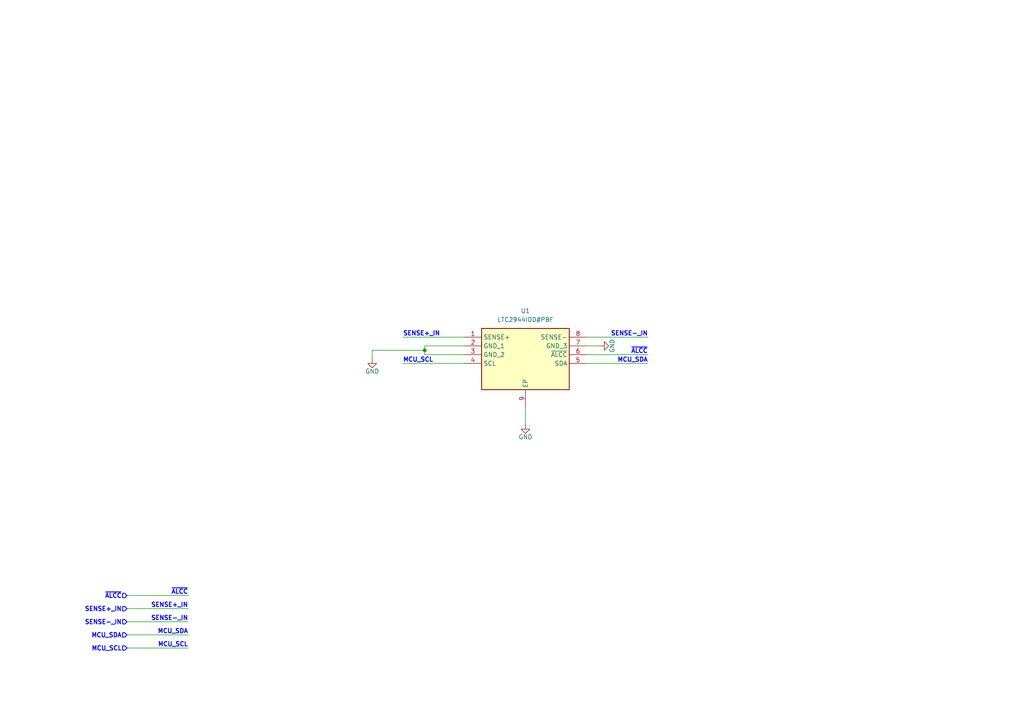
<source format=kicad_sch>
(kicad_sch (version 20231120) (generator "eeschema") (generator_version "8.0")
  (paper "A4")
  (title_block (title "LTC2944 Fuel Gauge") (date "2024-03-18") (rev "v1.0") (company "HW-Tinkerers") (comment 1 "Email: bhandarkasrishtikr111@gmail.com") (comment 2 "Author: Srishtik Bhandarkar") (comment 3 "Email: vaibhavkhatri00@gmail.com") (comment 4 "Author: Vaibhav Khatri"))
  (lib_symbols
    (symbol "PP_PoC:GND" (power) (pin_numbers hide) (pin_names (offset 0) hide)
      (property "Value" "GND" (at 0 -3.302 0))
      (symbol "GND_0_1"
        (polyline (pts (xy 0 0) (xy 0 -1.27) (xy 1.27 -1.27) (xy 0 -2.54) (xy -1.27 -1.27) (xy 0 -1.27)))
      )
      (symbol "GND_1_1"
        (pin power_in line (at 0 0 270) (length 0) (name "~") (number "1"))
      )
    )
    (symbol "PP_PoC:LTC2944IDD#PBF"
      (property "Reference" "U" (at 31.75 7.62 0))
      (property "Value" "LTC2944IDD#PBF" (at 31.75 5.08 0))
      (symbol "LTC2944IDD#PBF_1_1"
        (rectangle (start 5.08 2.54) (end 30.48 -15.24) (stroke (width 0.254)) (fill (type background)))
        (pin passive line (at 0 0 0) (length 5.08) (name "SENSE+") (number "1"))
        (pin passive line (at 0 -2.54 0) (length 5.08) (name "GND_1") (number "2"))
        (pin passive line (at 0 -5.08 0) (length 5.08) (name "GND_2") (number "3"))
        (pin passive line (at 0 -7.62 0) (length 5.08) (name "SCL") (number "4"))
        (pin passive line (at 35.56 -7.62 180) (length 5.08) (name "SDA") (number "5"))
        (pin passive line (at 35.56 -5.08 180) (length 5.08) (name "~{ALCC}") (number "6"))
        (pin passive line (at 35.56 -2.54 180) (length 5.08) (name "GND_3") (number "7"))
        (pin passive line (at 35.56 0 180) (length 5.08) (name "SENSE-") (number "8"))
        (pin passive line (at 17.78 -20.32 90) (length 5.08) (name "EP") (number "9"))
      )
    )
  )
  (junction (at 123.19 101.6))
  (wire (pts (xy 107.95 104.14) (xy 107.95 101.6)))
  (wire (pts (xy 54.61 176.53) (xy 36.83 176.53)))
  (wire (pts (xy 152.4 123.19) (xy 152.4 118.11)))
  (wire (pts (xy 54.61 172.72) (xy 36.83 172.72)))
  (wire (pts (xy 134.62 100.33) (xy 123.19 100.33)))
  (wire (pts (xy 54.61 187.96) (xy 36.83 187.96)))
  (wire (pts (xy 54.61 180.34) (xy 36.83 180.34)))
  (wire (pts (xy 107.95 101.6) (xy 123.19 101.6)))
  (wire (pts (xy 187.96 105.41) (xy 170.18 105.41)))
  (wire (pts (xy 134.62 97.79) (xy 116.84 97.79)))
  (wire (pts (xy 123.19 102.87) (xy 134.62 102.87)))
  (wire (pts (xy 134.62 105.41) (xy 116.84 105.41)))
  (wire (pts (xy 170.18 100.33) (xy 173.99 100.33)))
  (wire (pts (xy 187.96 102.87) (xy 170.18 102.87)))
  (wire (pts (xy 123.19 101.6) (xy 123.19 102.87)))
  (wire (pts (xy 123.19 100.33) (xy 123.19 101.6)))
  (wire (pts (xy 54.61 184.15) (xy 36.83 184.15)))
  (wire (pts (xy 187.96 97.79) (xy 170.18 97.79)))
  (label "~{ALCC}" (at 54.61 172.72 180) (effects (font (bold yes))))
  (label "MCU_SCL" (at 116.84 105.41 0) (effects (font (bold yes))))
  (label "SENSE+_IN" (at 54.61 176.53 180) (effects (font (bold yes))))
  (label "MCU_SCL" (at 54.61 187.96 180) (effects (font (bold yes))))
  (label "SENSE-_IN" (at 54.61 180.34 180) (effects (font (bold yes))))
  (label "SENSE+_IN" (at 116.84 97.79 0) (effects (font (bold yes))))
  (label "MCU_SDA" (at 187.96 105.41 180) (effects (font (bold yes))))
  (label "~{ALCC}" (at 187.96 102.87 180) (effects (font (bold yes))))
  (label "SENSE-_IN" (at 187.96 97.79 180) (effects (font (bold yes))))
  (label "MCU_SDA" (at 54.61 184.15 180) (effects (font (bold yes))))
  (hierarchical_label "SENSE-_IN" (shape input) (at 36.83 180.34 180) (effects (font (bold yes))))
  (hierarchical_label "SENSE+_IN" (shape input) (at 36.83 176.53 180) (effects (font (bold yes))))
  (hierarchical_label "MCU_SCL" (shape input) (at 36.83 187.96 180) (effects (font (bold yes))))
  (hierarchical_label "MCU_SDA" (shape input) (at 36.83 184.15 180) (effects (font (bold yes))))
  (hierarchical_label "~{ALCC}" (shape input) (at 36.83 172.72 180) (effects (font (bold yes))))
  (symbol (lib_id "PP_PoC:GND") (at 173.99 100.33 90) (unit 1)
    (property "Reference" "#PWR02" (effects (hide yes)))
    (property "Value" "GND" (at 177.546 100.33 0))
    (property "Description" "Power symbol creates a global label with name \"GND\" , ground" (effects (hide yes)))
  )
  (symbol (lib_id "PP_PoC:GND") (at 152.4 123.19 0) (unit 1)
    (property "Reference" "#PWR01" (effects (hide yes)))
    (property "Value" "GND" (at 152.4 126.746 0))
    (property "Description" "Power symbol creates a global label with name \"GND\" , ground" (effects (hide yes)))
  )
  (symbol (lib_id "PP_PoC:GND") (at 107.95 104.14 0) (mirror y) (unit 1)
    (property "Reference" "#PWR03" (effects (hide yes)))
    (property "Value" "GND" (at 107.95 107.696 0))
    (property "Description" "Power symbol creates a global label with name \"GND\" , ground" (effects (hide yes)))
  )
  (symbol (lib_id "PP_PoC:LTC2944IDD#PBF") (at 134.62 97.79 0) (unit 1)
    (property "Reference" "U1" (at 152.4 90.17 0))
    (property "Value" "LTC2944IDD#PBF" (at 152.4 92.71 0))
    (property "Footprint" "SON50P300X300X80-9N-D" (effects (hide yes)))
    (property "Datasheet" "http://www.linear.com/docs/56648" (effects (hide yes)))
    (property "Description" "LINEAR TECHNOLOGY - LTC2944IDD#PBF - BATTERY GAS GAUGE, DFN-8" (effects (hide yes)))
    (property "Height" "0.8" (effects (hide yes)))
    (property "Manufacturer_Name" "Analog Devices" (effects (hide yes)))
    (property "Manufacturer_Part_Number" "LTC2944IDD#PBF" (effects (hide yes)))
    (property "Mouser Part Number" "584-LTC2944IDDPBF" (effects (hide yes)))
    (property "Mouser Price/Stock" "https://www.mouser.co.uk/ProductDetail/Analog-Devices/LTC2944IDDPBF?qs=u4fy%2FsgLU9NZwhINvxz39A%3D%3D" (effects (hide yes)))
    (property "Arrow Part Number" "LTC2944IDD#PBF" (effects (hide yes)))
    (property "Arrow Price/Stock" "https://www.arrow.com/en/products/ltc2944iddpbf/analog-devices?region=nac" (effects (hide yes)))
  )
)
</source>
